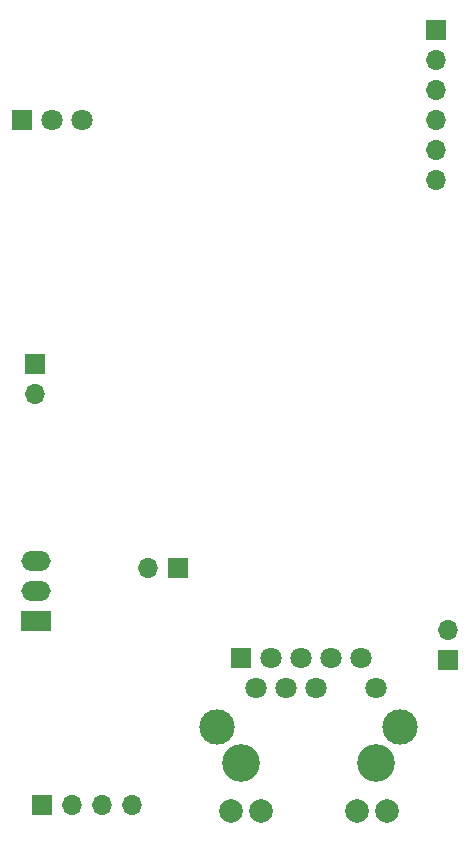
<source format=gbr>
%TF.GenerationSoftware,KiCad,Pcbnew,7.0.0-da2b9df05c~171~ubuntu22.10.1*%
%TF.CreationDate,2023-03-06T20:27:15+01:00*%
%TF.ProjectId,frakfurt_eth,6672616b-6675-4727-945f-6574682e6b69,rev?*%
%TF.SameCoordinates,Original*%
%TF.FileFunction,Soldermask,Bot*%
%TF.FilePolarity,Negative*%
%FSLAX46Y46*%
G04 Gerber Fmt 4.6, Leading zero omitted, Abs format (unit mm)*
G04 Created by KiCad (PCBNEW 7.0.0-da2b9df05c~171~ubuntu22.10.1) date 2023-03-06 20:27:15*
%MOMM*%
%LPD*%
G01*
G04 APERTURE LIST*
%ADD10R,1.700000X1.700000*%
%ADD11O,1.700000X1.700000*%
%ADD12C,3.200000*%
%ADD13R,1.800000X1.800000*%
%ADD14C,1.800000*%
%ADD15C,2.000000*%
%ADD16C,3.000000*%
%ADD17R,2.500000X1.700000*%
%ADD18O,2.500000X1.700000*%
G04 APERTURE END LIST*
D10*
%TO.C,J6*%
X97999999Y-81724999D03*
D11*
X97999999Y-84264999D03*
%TD*%
D10*
%TO.C,J3*%
X132899999Y-106799999D03*
D11*
X132899999Y-104259999D03*
%TD*%
D12*
%TO.C,J1*%
X126880000Y-115550000D03*
X115450000Y-115550000D03*
D13*
X115449999Y-106659999D03*
D14*
X116720000Y-109200000D03*
X117990000Y-106660000D03*
X119260000Y-109200000D03*
X120530000Y-106660000D03*
X121800000Y-109200000D03*
X123070000Y-106660000D03*
X125610000Y-106660000D03*
X126880000Y-109200000D03*
D15*
X114530000Y-119610000D03*
X117070000Y-119610000D03*
X125250000Y-119610000D03*
X127790000Y-119610000D03*
D16*
X128910000Y-112500000D03*
X113410000Y-112500000D03*
%TD*%
D10*
%TO.C,J4*%
X98549999Y-119049999D03*
D11*
X101089999Y-119049999D03*
X103629999Y-119049999D03*
X106169999Y-119049999D03*
%TD*%
D10*
%TO.C,J2*%
X131899999Y-53499999D03*
D11*
X131899999Y-56039999D03*
X131899999Y-58579999D03*
X131899999Y-61119999D03*
X131899999Y-63659999D03*
X131899999Y-66199999D03*
%TD*%
D13*
%TO.C,D1*%
X96849999Y-61099999D03*
D14*
X99390000Y-61100000D03*
X101930000Y-61100000D03*
%TD*%
D17*
%TO.C,U5*%
X98092499Y-103497499D03*
D18*
X98092499Y-100957499D03*
X98092499Y-98417499D03*
%TD*%
D10*
%TO.C,J5*%
X110074999Y-99049999D03*
D11*
X107534999Y-99049999D03*
%TD*%
M02*

</source>
